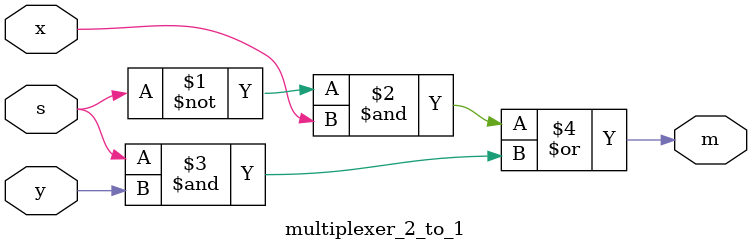
<source format=v>
`timescale 1ns / 1ps


module multiplexer_2_to_1(
    input x,
    input y,
    input s,
    output m
    );
    
    assign m = (~s & x) | (s & y);
endmodule

</source>
